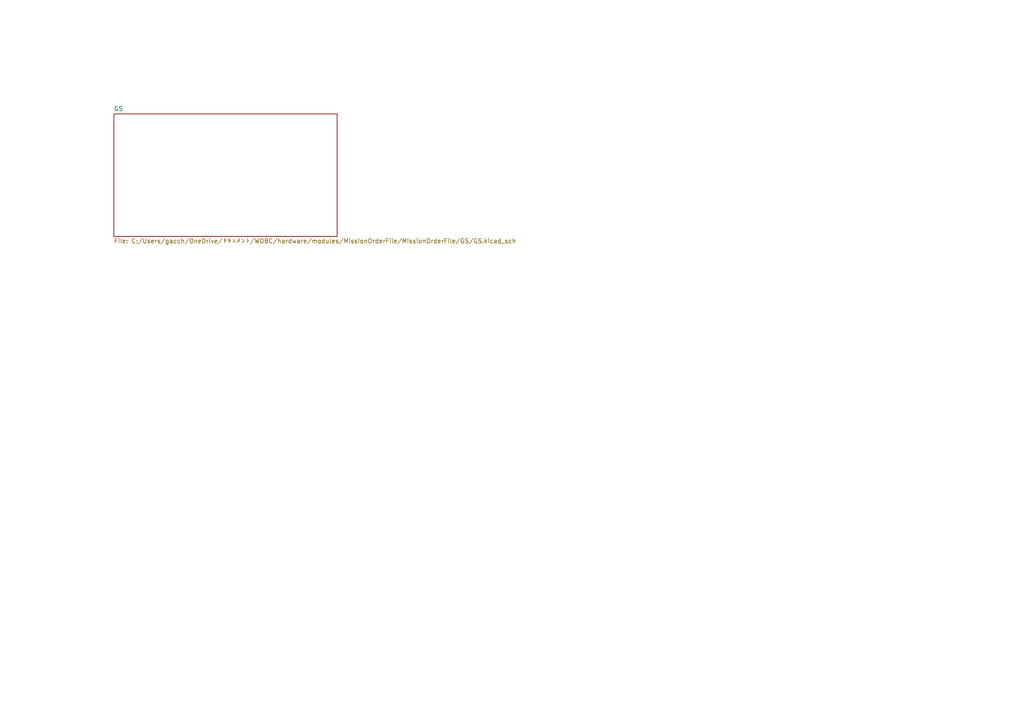
<source format=kicad_sch>
(kicad_sch
	(version 20231120)
	(generator "eeschema")
	(generator_version "8.0")
	(uuid "b8d47059-39b3-466c-85f0-a572154ae61d")
	(paper "A4")
	(lib_symbols)
	(sheet
		(at 33.02 33.02)
		(size 64.77 35.56)
		(fields_autoplaced yes)
		(stroke
			(width 0.1524)
			(type solid)
		)
		(fill
			(color 0 0 0 0.0000)
		)
		(uuid "57be45bf-beff-4d50-9f1e-cdaec2cc9d25")
		(property "Sheetname" "GS"
			(at 33.02 32.3084 0)
			(effects
				(font
					(size 1.27 1.27)
				)
				(justify left bottom)
			)
		)
		(property "Sheetfile" "C:/Users/gacch/OneDrive/ドキュメント/WOBC/hardware/modules/MissionOrderFile/MissionOrderFile/GS/GS.kicad_sch"
			(at 33.02 69.1646 0)
			(effects
				(font
					(size 1.27 1.27)
				)
				(justify left top)
			)
		)
		(instances
			(project "MissionOrderFile"
				(path "/b8d47059-39b3-466c-85f0-a572154ae61d"
					(page "2")
				)
			)
		)
	)
	(sheet_instances
		(path "/"
			(page "1")
		)
	)
)
</source>
